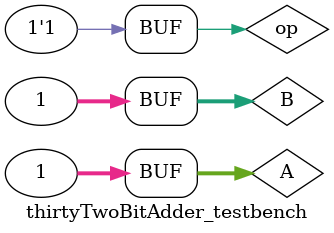
<source format=sv>
/* NAME					|	thirtyTwoBitAdder.sv
	-------------------------------------------------------------------------------------------------
	DESCRIPTION       |  adds two 32 bit values
 ---------------------------------------------------------------------------------------------------
	PARAMETERS			|	TYPE					|	DESCRIPTION					
 ---------------------------------------------------------------------------------------------------
	SUM		         |	OUTPUT [31:0]		|	The sum of A and B
	Cout					|	OUTPUT				|	Carry out
	overflow				|	OUTPUT				|	checks if the addition is overflown
	A						|	INPUT  [31:0]		| 	input a
	B						|	INPUT  [31:0]		| 	input b
	op						|	INPUT  				| 	type of operation, 0 = add; 1 = subtract
	#################################################################################################
	AUTHOR            | Minhhue H Khuu && Vivi Chuang
	ASSIGNMENT			| Lab 2: Register File
	CLASS					| EE 471
	DATE					| 02/17/2015
	#################################################################################################
*/ 
module thirtyTwoBitAdder(SUM, Cout, overflow, A, B, op);

	// ports
	input [31:0] A, B;
	input op;
	output [31:0] SUM;
	output overflow;
	output Cout;
	
	// variable
	wire [30:0] midCarry;
	wire [31:0] Bn, notB;
	
	//invert B
	genvar h;
	generate
		for(h = 0; h < 32; h++) begin: bnot
			not nB (notB[h], B[h]);
		end
	endgenerate

	
	//choosing the operation: subtract/add
	genvar i;
	generate
		for(i = 0; i < 32; i++) begin: bselection
			mux2to1 m0 (.IN({notB[i], B[i]}), .OUT(Bn[i]), .SEL(op));
		end
	endgenerate

	
	//adding bits
	fullAdder add0  (.SUM(SUM[0]), .Cout(midCarry[0]), .A(A[0]), .B(Bn[0]), .Cin(op)); 
	
	genvar j;
	generate
		for(j = 1; j < 31; j++) begin: addBits
			fullAdder add1to30  (.SUM(SUM[j]), .Cout(midCarry[j]), .A(A[j]), .B(Bn[j]), .Cin(midCarry[j-1]));  
		end
	endgenerate
	
	fullAdder add31 (.SUM(SUM[31]), .Cout(Cout), .A(A[31]), .B(Bn[31]), .Cin(midCarry[30]));  

	//check overflow
	xor overflo (overflow, Cout, midCarry[30]);

endmodule
	



// testbench
module thirtyTwoBitAdder_testbench();
	reg [31:0] A, B;
	reg op;
	wire Cout, overflow;
	wire [31:0] SUM;

	thirtyTwoBitAdder dut (.SUM, .Cout, .overflow, .A, .B, .op);

	integer i;
	initial begin

			A = 2147483648; 
			B = 0; 
			op = 0; #10;
			
			A = 2147483648; 
			B = 0; 
			op = 1; #10;
			
			
			A = 2147483648; 
			B = 1; 
			op = 0; #10;
			
			A = 2147483648; 
			B = 1; 
			op = 1; #10;
			
			A = 2147483648; 
			B = 2147483648; 
			op = 0; #10;

			A = 2147483648; 
			B = 2147483648; 
			op = 1; #10;
			
			A = 1; 
			B = 1; 
			op = 0; #10;
			
			A = 1; 
			B = 1; 
			op = 1; #10;


	end
endmodule 
</source>
